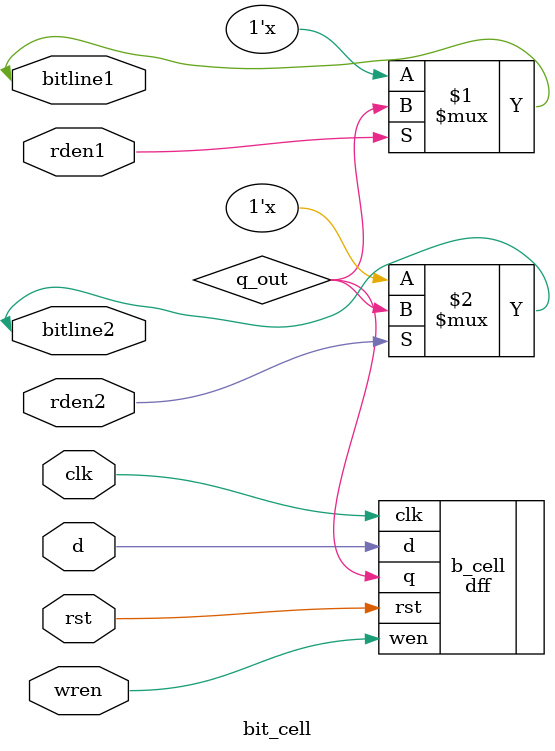
<source format=v>
module bit_cell(
  input clk,
  input rst,
  input d,
  input wren,
  input rden1,
  input rden2,
  inout bitline1,
  inout bitline2
);
	wire q_out;
	dff b_cell(.clk(clk), .rst(rst), .d(d), .wen(wren), .q(q_out));
	assign bitline1 = rden1 ? q_out : 1'bz;
	assign bitline2 = rden2 ? q_out : 1'bz;

endmodule

</source>
